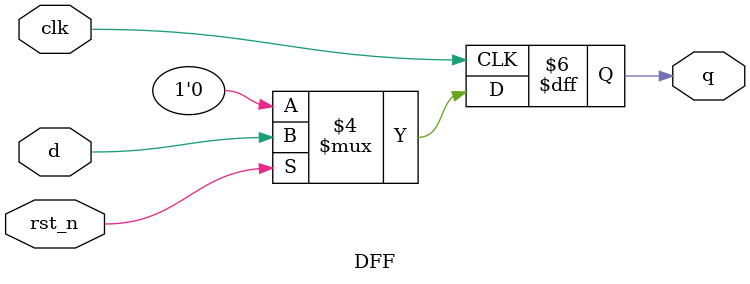
<source format=v>
`timescale 1ns / 1ps


module DFF(
 input clk,rst_n,
 input d,
 output reg q
    );
    
    always@(posedge clk)begin
    if (!rst_n) q<=0;
    else q<=d;
    end
endmodule

</source>
